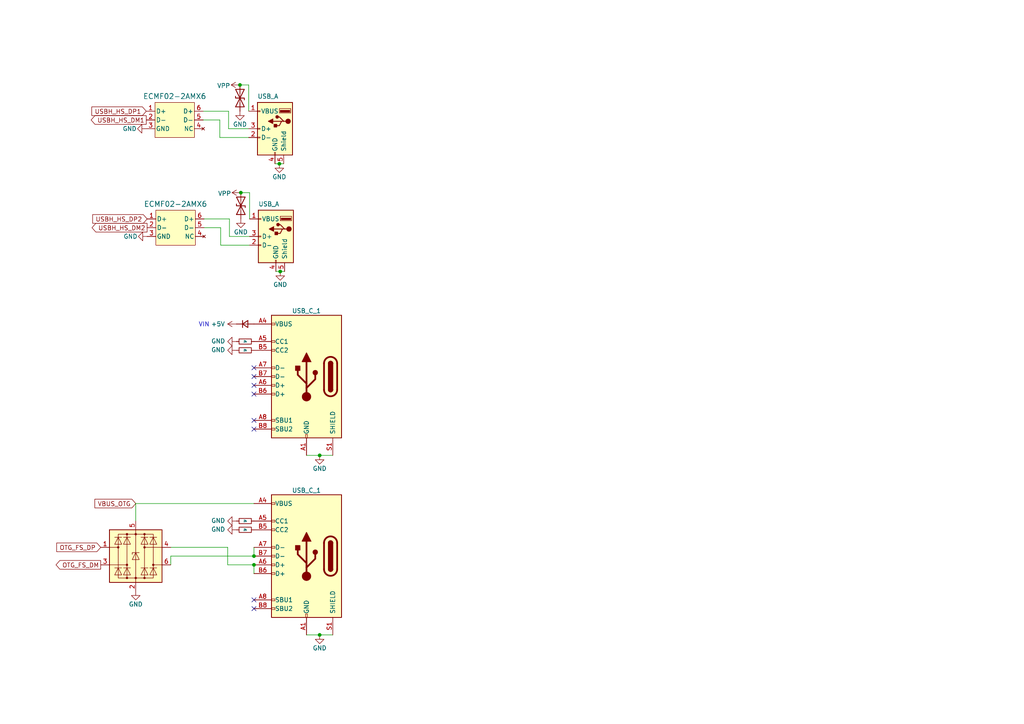
<source format=kicad_sch>
(kicad_sch (version 20231120) (generator "eeschema") (generator_version "8.0")
  (paper "A4")
  (lib_symbols
    (symbol "Connector:USB_A" (pin_names (offset 1.016))
      (property "Reference" "J" (at -5.08 11.43 0))
      (property "Value" "USB_A" (at -5.08 8.89 0))
      (symbol "USB_A_0_1"
        (rectangle (start -5.08 -7.62) (end 5.08 7.62) (stroke (width 0.254)) (fill (type background)))
        (circle (center -3.81 2.159) (radius 0.635) (stroke (width 0.254)) (fill (type outline)))
        (rectangle (start -1.524 4.826) (end -4.318 5.334) (fill (type outline)))
        (rectangle (start -1.27 4.572) (end -4.572 5.842))
        (circle (center -0.635 3.429) (radius 0.381) (stroke (width 0.254)) (fill (type outline)))
        (rectangle (start -0.127 -7.62) (end 0.127 -6.858))
        (polyline (pts (xy -3.175 2.159) (xy -2.54 2.159) (xy -1.27 3.429) (xy -0.635 3.429)) (stroke (width 0.254)))
        (polyline (pts (xy -2.54 2.159) (xy -1.905 2.159) (xy -1.27 0.889) (xy 0 0.889)) (stroke (width 0.254)))
        (polyline (pts (xy 0.635 2.794) (xy 0.635 1.524) (xy 1.905 2.159) (xy 0.635 2.794)) (stroke (width 0.254)) (fill (type outline)))
        (rectangle (start 0.254 1.27) (end -0.508 0.508) (stroke (width 0.254)) (fill (type outline)))
        (rectangle (start 5.08 -2.667) (end 4.318 -2.413))
        (rectangle (start 5.08 -0.127) (end 4.318 0.127))
        (rectangle (start 5.08 4.953) (end 4.318 5.207))
      )
      (symbol "USB_A_1_1"
        (polyline (pts (xy -1.905 2.159) (xy 0.635 2.159)) (stroke (width 0.254)))
        (pin power_in line (at 7.62 5.08 180) (length 2.54) (name "VBUS") (number "1"))
        (pin bidirectional line (at 7.62 -2.54 180) (length 2.54) (name "D-") (number "2"))
        (pin bidirectional line (at 7.62 0 180) (length 2.54) (name "D+") (number "3"))
        (pin power_in line (at 0 -10.16 90) (length 2.54) (name "GND") (number "4"))
        (pin passive line (at -2.54 -10.16 90) (length 2.54) (name "Shield") (number "5"))
      )
    )
    (symbol "Connector:USB_C_Receptacle_USB2.0" (pin_names (offset 1.016))
      (property "Reference" "J" (at -10.16 19.05 0))
      (property "Value" "USB_C_Receptacle_USB2.0" (at 19.05 19.05 0))
      (symbol "USB_C_Receptacle_USB2.0_0_0"
        (rectangle (start -0.254 -17.78) (end 0.254 -16.764))
        (rectangle (start 10.16 -14.986) (end 9.144 -15.494))
        (rectangle (start 10.16 -12.446) (end 9.144 -12.954))
        (rectangle (start 10.16 -4.826) (end 9.144 -5.334))
        (rectangle (start 10.16 -2.286) (end 9.144 -2.794))
        (rectangle (start 10.16 0.254) (end 9.144 -0.254))
        (rectangle (start 10.16 2.794) (end 9.144 2.286))
        (rectangle (start 10.16 7.874) (end 9.144 7.366))
        (rectangle (start 10.16 10.414) (end 9.144 9.906))
        (rectangle (start 10.16 15.494) (end 9.144 14.986))
      )
      (symbol "USB_C_Receptacle_USB2.0_0_1"
        (rectangle (start -10.16 17.78) (end 10.16 -17.78) (stroke (width 0.254)) (fill (type background)))
        (arc (start -8.89 -3.81) (mid -6.985 -5.7067) (end -5.08 -3.81) (stroke (width 0.508)))
        (arc (start -7.62 -3.81) (mid -6.985 -4.4423) (end -6.35 -3.81) (stroke (width 0.254)))
        (arc (start -7.62 -3.81) (mid -6.985 -4.4423) (end -6.35 -3.81) (stroke (width 0.254)) (fill (type outline)))
        (rectangle (start -7.62 -3.81) (end -6.35 3.81) (stroke (width 0.254)) (fill (type outline)))
        (arc (start -6.35 3.81) (mid -6.985 4.4423) (end -7.62 3.81) (stroke (width 0.254)))
        (arc (start -6.35 3.81) (mid -6.985 4.4423) (end -7.62 3.81) (stroke (width 0.254)) (fill (type outline)))
        (arc (start -5.08 3.81) (mid -6.985 5.7067) (end -8.89 3.81) (stroke (width 0.508)))
        (circle (center -2.54 1.143) (radius 0.635) (stroke (width 0.254)) (fill (type outline)))
        (circle (center 0 -5.842) (radius 1.27) (fill (type outline)))
        (polyline (pts (xy -8.89 -3.81) (xy -8.89 3.81)) (stroke (width 0.508)))
        (polyline (pts (xy -5.08 3.81) (xy -5.08 -3.81)) (stroke (width 0.508)))
        (polyline (pts (xy 0 -5.842) (xy 0 4.318)) (stroke (width 0.508)))
        (polyline (pts (xy 0 -3.302) (xy -2.54 -0.762) (xy -2.54 0.508)) (stroke (width 0.508)))
        (polyline (pts (xy 0 -2.032) (xy 2.54 0.508) (xy 2.54 1.778)) (stroke (width 0.508)))
        (polyline (pts (xy -1.27 4.318) (xy 0 6.858) (xy 1.27 4.318) (xy -1.27 4.318)) (stroke (width 0.254)) (fill (type outline)))
        (rectangle (start 1.905 1.778) (end 3.175 3.048) (stroke (width 0.254)) (fill (type outline)))
      )
      (symbol "USB_C_Receptacle_USB2.0_1_1"
        (pin passive line (at 0 -22.86 90) (length 5.08) (name "GND") (number "A1"))
        (pin passive line (at 0 -22.86 90) (length 5.08) hide (name "GND") (number "A12"))
        (pin passive line (at 15.24 15.24 180) (length 5.08) (name "VBUS") (number "A4"))
        (pin bidirectional line (at 15.24 10.16 180) (length 5.08) (name "CC1") (number "A5"))
        (pin bidirectional line (at 15.24 -2.54 180) (length 5.08) (name "D+") (number "A6"))
        (pin bidirectional line (at 15.24 2.54 180) (length 5.08) (name "D-") (number "A7"))
        (pin bidirectional line (at 15.24 -12.7 180) (length 5.08) (name "SBU1") (number "A8"))
        (pin passive line (at 15.24 15.24 180) (length 5.08) hide (name "VBUS") (number "A9"))
        (pin passive line (at 0 -22.86 90) (length 5.08) hide (name "GND") (number "B1"))
        (pin passive line (at 0 -22.86 90) (length 5.08) hide (name "GND") (number "B12"))
        (pin passive line (at 15.24 15.24 180) (length 5.08) hide (name "VBUS") (number "B4"))
        (pin bidirectional line (at 15.24 7.62 180) (length 5.08) (name "CC2") (number "B5"))
        (pin bidirectional line (at 15.24 -5.08 180) (length 5.08) (name "D+") (number "B6"))
        (pin bidirectional line (at 15.24 0 180) (length 5.08) (name "D-") (number "B7"))
        (pin bidirectional line (at 15.24 -15.24 180) (length 5.08) (name "SBU2") (number "B8"))
        (pin passive line (at 15.24 15.24 180) (length 5.08) hide (name "VBUS") (number "B9"))
        (pin passive line (at -7.62 -22.86 90) (length 5.08) (name "SHIELD") (number "S1"))
      )
    )
    (symbol "Device:D_Small" (pin_numbers hide) (pin_names (offset 0.254) hide)
      (property "Reference" "D" (at -1.27 2.032 0))
      (property "Value" "D_Small" (at -3.81 -2.032 0))
      (symbol "D_Small_0_1"
        (polyline (pts (xy -0.762 -1.016) (xy -0.762 1.016)) (stroke (width 0.254)))
        (polyline (pts (xy -0.762 0) (xy 0.762 0)))
        (polyline (pts (xy 0.762 -1.016) (xy -0.762 0) (xy 0.762 1.016) (xy 0.762 -1.016)) (stroke (width 0.254)))
      )
      (symbol "D_Small_1_1"
        (pin passive line (at -2.54 0 0) (length 1.778) (name "K") (number "1"))
        (pin passive line (at 2.54 0 180) (length 1.778) (name "A") (number "2"))
      )
    )
    (symbol "Device:D_TVS" (pin_numbers hide) (pin_names (offset 1.016) hide)
      (property "Reference" "D" (at 0 2.54 0))
      (property "Value" "D_TVS" (at 0 -2.54 0))
      (symbol "D_TVS_0_1"
        (polyline (pts (xy 1.27 0) (xy -1.27 0)))
        (polyline (pts (xy 0.508 1.27) (xy 0 1.27) (xy 0 -1.27) (xy -0.508 -1.27)) (stroke (width 0.254)))
        (polyline (pts (xy -2.54 1.27) (xy -2.54 -1.27) (xy 2.54 1.27) (xy 2.54 -1.27) (xy -2.54 1.27)) (stroke (width 0.254)))
      )
      (symbol "D_TVS_1_1"
        (pin passive line (at -3.81 0 0) (length 2.54) (name "A1") (number "1"))
        (pin passive line (at 3.81 0 180) (length 2.54) (name "A2") (number "2"))
      )
    )
    (symbol "Device:R_Small" (pin_numbers hide) (pin_names (offset 0.254) hide)
      (property "Reference" "R" (at 0.762 0.508 0))
      (property "Value" "R_Small" (at 0.762 -1.016 0))
      (symbol "R_Small_0_1"
        (rectangle (start -0.762 1.778) (end 0.762 -1.778) (stroke (width 0.2032)))
      )
      (symbol "R_Small_1_1"
        (pin passive line (at 0 2.54 270) (length 0.762) (name "~") (number "1"))
        (pin passive line (at 0 -2.54 90) (length 0.762) (name "~") (number "2"))
      )
    )
    (symbol "Power_Protection:USBLC6-4SC6" (pin_names hide)
      (property "Reference" "U" (at 2.54 8.89 0))
      (property "Value" "USBLC6-4SC6" (at 2.54 -8.89 0))
      (symbol "USBLC6-4SC6_0_1"
        (rectangle (start -7.62 -7.62) (end 7.62 7.62) (stroke (width 0.254)) (fill (type background)))
        (circle (center -5.08 2.54) (radius 0.254) (fill (type outline)))
        (circle (center -2.54 -6.35) (radius 0.254) (fill (type outline)))
        (circle (center -2.54 -2.54) (radius 0.254) (fill (type outline)))
        (circle (center -2.54 6.35) (radius 0.254) (fill (type outline)))
        (rectangle (start -2.54 6.35) (end 2.54 -6.35))
        (circle (center 0 -6.35) (radius 0.254) (fill (type outline)))
        (polyline (pts (xy -5.08 2.54) (xy -7.62 2.54)))
        (polyline (pts (xy -4.064 -3.429) (xy -6.096 -3.429)))
        (polyline (pts (xy -4.064 5.461) (xy -6.096 5.461)))
        (polyline (pts (xy -2.54 -2.54) (xy -7.62 -2.54)))
        (polyline (pts (xy -1.524 -3.429) (xy -3.556 -3.429)))
        (polyline (pts (xy -1.524 5.461) (xy -3.556 5.461)))
        (polyline (pts (xy 0 -7.62) (xy 0 -6.35)))
        (polyline (pts (xy 0 -6.35) (xy 0 1.27)))
        (polyline (pts (xy 0 1.27) (xy 0 6.35)))
        (polyline (pts (xy 0 6.35) (xy 0 7.62)))
        (polyline (pts (xy 1.524 -3.429) (xy 3.556 -3.429)))
        (polyline (pts (xy 1.524 5.461) (xy 3.556 5.461)))
        (polyline (pts (xy 2.54 2.54) (xy 7.62 2.54)))
        (polyline (pts (xy 4.064 -3.429) (xy 6.096 -3.429)))
        (polyline (pts (xy 4.064 5.461) (xy 6.096 5.461)))
        (polyline (pts (xy 5.08 -2.54) (xy 7.62 -2.54)))
        (polyline (pts (xy -6.096 -5.461) (xy -4.064 -5.461) (xy -5.08 -3.429) (xy -6.096 -5.461)))
        (polyline (pts (xy -6.096 3.429) (xy -4.064 3.429) (xy -5.08 5.461) (xy -6.096 3.429)))
        (polyline (pts (xy -3.556 -5.461) (xy -1.524 -5.461) (xy -2.54 -3.429) (xy -3.556 -5.461)))
        (polyline (pts (xy -3.556 3.429) (xy -1.524 3.429) (xy -2.54 5.461) (xy -3.556 3.429)))
        (polyline (pts (xy -2.54 6.35) (xy -5.08 6.35) (xy -5.08 -6.35) (xy -2.54 -6.35)))
        (polyline (pts (xy -1.016 -1.016) (xy 1.016 -1.016) (xy 0 1.016) (xy -1.016 -1.016)))
        (polyline (pts (xy 1.016 1.016) (xy 0.762 1.016) (xy -1.016 1.016) (xy -1.016 0.508)))
        (polyline (pts (xy 2.54 6.35) (xy 5.08 6.35) (xy 5.08 -6.35) (xy 2.54 -6.35)))
        (polyline (pts (xy 3.556 -5.461) (xy 1.524 -5.461) (xy 2.54 -3.429) (xy 3.556 -5.461)))
        (polyline (pts (xy 3.556 3.429) (xy 1.524 3.429) (xy 2.54 5.461) (xy 3.556 3.429)))
        (polyline (pts (xy 6.096 -5.461) (xy 4.064 -5.461) (xy 5.08 -3.429) (xy 6.096 -5.461)))
        (polyline (pts (xy 6.096 3.429) (xy 4.064 3.429) (xy 5.08 5.461) (xy 6.096 3.429)))
        (circle (center 0 6.35) (radius 0.254) (fill (type outline)))
        (circle (center 2.54 -6.35) (radius 0.254) (fill (type outline)))
        (circle (center 2.54 2.54) (radius 0.254) (fill (type outline)))
        (circle (center 2.54 6.35) (radius 0.254) (fill (type outline)))
        (circle (center 5.08 -2.54) (radius 0.254) (fill (type outline)))
      )
      (symbol "USBLC6-4SC6_1_1"
        (pin passive line (at -10.16 2.54 0) (length 2.54) (name "I/O1") (number "1"))
        (pin passive line (at 0 -10.16 90) (length 2.54) (name "GND") (number "2"))
        (pin passive line (at -10.16 -2.54 0) (length 2.54) (name "I/O2") (number "3"))
        (pin passive line (at 10.16 2.54 180) (length 2.54) (name "I/O3") (number "4"))
        (pin passive line (at 0 10.16 270) (length 2.54) (name "VBUS") (number "5"))
        (pin passive line (at 10.16 -2.54 180) (length 2.54) (name "I/O4") (number "6"))
      )
    )
    (symbol "new shii:ECMF02-2AMX6" (pin_names (offset 0.254))
      (property "Reference" "U" (at 20.32 10.16 0))
      (property "Value" "ECMF02-2AMX6" (at 20.32 7.62 0))
      (symbol "ECMF02-2AMX6_1_1"
        (rectangle (start 21.59 2.54) (end 33.02 -7.62) (fill (type background)))
        (pin unspecified line (at 19.05 0 0) (length 2.54) (name "D+") (number "1"))
        (pin bidirectional line (at 19.05 -2.54 0) (length 2.54) (name "D-") (number "2"))
        (pin power_out line (at 19.05 -5.08 0) (length 2.54) (name "GND") (number "3"))
        (pin no_connect line (at 35.56 -5.08 180) (length 2.54) (name "NC") (number "4"))
        (pin bidirectional line (at 35.56 -2.54 180) (length 2.54) (name "D-") (number "5"))
        (pin unspecified line (at 35.56 0 180) (length 2.54) (name "D+") (number "6"))
      )
    )
    (symbol "power:+5V" (power) (pin_names (offset 0))
      (property "Value" "+5V" (at 0 3.556 0))
      (symbol "+5V_0_1"
        (polyline (pts (xy -0.762 1.27) (xy 0 2.54)))
        (polyline (pts (xy 0 0) (xy 0 2.54)))
        (polyline (pts (xy 0 2.54) (xy 0.762 1.27)))
      )
      (symbol "+5V_1_1"
        (pin power_in line (at 0 0 90) (length 0) hide (name "+5V") (number "1"))
      )
    )
    (symbol "power:GND" (power) (pin_names (offset 0))
      (property "Value" "GND" (at 0 -3.81 0))
      (symbol "GND_0_1"
        (polyline (pts (xy 0 0) (xy 0 -1.27) (xy 1.27 -1.27) (xy 0 -2.54) (xy -1.27 -1.27) (xy 0 -1.27)))
      )
      (symbol "GND_1_1"
        (pin power_in line (at 0 0 270) (length 0) hide (name "GND") (number "1"))
      )
    )
    (symbol "power:VPP" (power) (pin_names (offset 0))
      (property "Value" "VPP" (at 0 3.81 0))
      (symbol "VPP_0_1"
        (polyline (pts (xy -0.762 1.27) (xy 0 2.54)))
        (polyline (pts (xy 0 0) (xy 0 2.54)))
        (polyline (pts (xy 0 2.54) (xy 0.762 1.27)))
      )
      (symbol "VPP_1_1"
        (pin power_in line (at 0 0 90) (length 0) hide (name "VPP") (number "1"))
      )
    )
  )
  (junction (at 92.71 184.15))
  (junction (at 81.026 47.498))
  (junction (at 69.85 55.88))
  (junction (at 92.71 132.08))
  (junction (at 73.66 161.29))
  (junction (at 69.596 24.638))
  (junction (at 81.28 78.74))
  (junction (at 73.66 163.83))
  (no_connect (at 73.66 124.46))
  (no_connect (at 73.66 106.68))
  (no_connect (at 73.66 176.53))
  (no_connect (at 73.66 121.92))
  (no_connect (at 73.66 111.76))
  (no_connect (at 73.66 114.3))
  (no_connect (at 73.66 173.99))
  (no_connect (at 73.66 109.22))
  (wire (pts (xy 49.53 163.83) (xy 49.53 161.29)))
  (wire (pts (xy 63.754 39.878) (xy 63.754 34.798)))
  (wire (pts (xy 66.04 163.83) (xy 73.66 163.83)))
  (wire (pts (xy 80.01 78.74) (xy 81.28 78.74)))
  (wire (pts (xy 69.85 55.88) (xy 72.39 55.88)))
  (wire (pts (xy 66.548 68.58) (xy 72.39 68.58)))
  (wire (pts (xy 66.294 37.338) (xy 72.136 37.338)))
  (wire (pts (xy 59.182 63.5) (xy 66.548 63.5)))
  (wire (pts (xy 63.754 34.798) (xy 58.928 34.798)))
  (wire (pts (xy 64.008 66.04) (xy 59.182 66.04)))
  (wire (pts (xy 81.026 47.498) (xy 82.296 47.498)))
  (wire (pts (xy 39.37 146.05) (xy 73.66 146.05)))
  (wire (pts (xy 49.53 161.29) (xy 73.66 161.29)))
  (wire (pts (xy 66.294 32.258) (xy 66.294 37.338)))
  (wire (pts (xy 88.9 184.15) (xy 92.71 184.15)))
  (wire (pts (xy 72.39 71.12) (xy 64.008 71.12)))
  (wire (pts (xy 72.136 24.638) (xy 72.136 32.258)))
  (wire (pts (xy 69.596 24.638) (xy 72.136 24.638)))
  (wire (pts (xy 92.71 184.15) (xy 96.52 184.15)))
  (wire (pts (xy 49.53 158.75) (xy 66.04 158.75)))
  (wire (pts (xy 58.928 32.258) (xy 66.294 32.258)))
  (wire (pts (xy 79.756 47.498) (xy 81.026 47.498)))
  (wire (pts (xy 72.39 55.88) (xy 72.39 63.5)))
  (wire (pts (xy 66.548 63.5) (xy 66.548 68.58)))
  (wire (pts (xy 73.66 163.83) (xy 73.66 166.37)))
  (wire (pts (xy 72.136 39.878) (xy 63.754 39.878)))
  (wire (pts (xy 92.71 132.08) (xy 96.52 132.08)))
  (wire (pts (xy 66.04 158.75) (xy 66.04 163.83)))
  (wire (pts (xy 64.008 71.12) (xy 64.008 66.04)))
  (wire (pts (xy 81.28 78.74) (xy 82.55 78.74)))
  (wire (pts (xy 88.9 132.08) (xy 92.71 132.08)))
  (wire (pts (xy 39.37 151.13) (xy 39.37 146.05)))
  (wire (pts (xy 73.66 161.29) (xy 73.66 158.75)))
  (text "VIN" (at 59.182 94.234 0) (effects (font (size 1.27 1.27))))
  (global_label "OTG_FS_DM" (shape output) (at 29.21 163.83 180) (property "Intersheetrefs" "${INTERSHEET_REFS}" (effects (hide yes))))
  (global_label "VBUS_OTG" (shape input) (at 39.37 146.05 180) (property "Intersheetrefs" "${INTERSHEET_REFS}" (effects (hide yes))))
  (global_label "OTG_FS_DP" (shape input) (at 29.21 158.75 180) (property "Intersheetrefs" "${INTERSHEET_REFS}" (effects (hide yes))))
  (global_label "USBH_HS_DM1" (shape output) (at 42.418 34.798 180) (property "Intersheetrefs" "${INTERSHEET_REFS}" (effects (hide yes))))
  (global_label "USBH_HS_DP2" (shape input) (at 42.672 63.5 180) (property "Intersheetrefs" "${INTERSHEET_REFS}" (effects (hide yes))))
  (global_label "USBH_HS_DM2" (shape output) (at 42.672 66.04 180) (property "Intersheetrefs" "${INTERSHEET_REFS}" (effects (hide yes))))
  (global_label "USBH_HS_DP1" (shape input) (at 42.418 32.258 180) (property "Intersheetrefs" "${INTERSHEET_REFS}" (effects (hide yes))))
  (symbol (lib_id "new shii:ECMF02-2AMX6") (at 23.622 63.5 0) (unit 1)
    (property "Reference" "U7" (effects (hide yes)))
    (property "Value" "ECMF02-2AMX6" (at 50.927 59.182 0) (effects (font (size 1.524 1.524))))
    (property "Footprint" "QFN-6L_STM" (effects (hide yes)))
    (property "Datasheet" "ECMF02-2AMX6" (effects (hide yes)))
  )
  (symbol (lib_id "Device:D_TVS") (at 69.596 28.448 90) (unit 1)
    (property "Reference" "D3" (effects (hide yes)))
    (property "Value" "ESDA7P60-1U1M" (effects (hide yes)))
    (property "Datasheet" "x" (effects (hide yes)))
  )
  (symbol (lib_id "Power_Protection:USBLC6-4SC6") (at 39.37 161.29 0) (unit 1)
    (property "Reference" "U8" (effects (hide yes)))
    (property "Value" "USBLC6-4SC6" (effects (hide yes)))
    (property "Footprint" "Package_TO_SOT_SMD:SOT-23-6" (effects (hide yes)))
    (property "Datasheet" "https://www.st.com/resource/en/datasheet/usblc6-4.pdf" (effects (hide yes)))
  )
  (symbol (lib_id "power:GND") (at 39.37 171.45 0) (unit 1)
    (property "Reference" "#PWR0120" (effects (hide yes)))
    (property "Value" "GND" (at 39.37 175.26 0))
    (instances (project "SYNC_VT" (path "" (reference "#PWR0120") (unit 1))) (project "DFTBoard" (path "" (reference "#PWR0155") (unit 1))))
  )
  (symbol (lib_id "Connector:USB_C_Receptacle_USB2.0") (at 88.9 109.22 0) (mirror y) (unit 1)
    (property "Reference" "USB_C_ESP1" (effects (hide yes)))
    (property "Value" "USB_C_1" (at 88.9 90.17 0))
    (property "Footprint" "Connector_USB:USB_C_Receptacle_GCT_USB4105-xx-A_16P_TopMnt_Horizontal" (effects (hide yes)))
    (property "Datasheet" "https://www.usb.org/sites/default/files/documents/usb_type-c.zip" (effects (hide yes)))
  )
  (symbol (lib_id "power:+5V") (at 68.58 93.98 90) (mirror x) (unit 1)
    (property "Reference" "#PWR0136" (effects (hide yes)))
    (property "Value" "+5V" (at 65.278 93.98 90) (effects (justify left)))
  )
  (symbol (lib_id "power:GND") (at 68.58 101.6 270) (mirror x) (unit 1)
    (property "Reference" "#PWR0139" (effects (hide yes)))
    (property "Value" "GND" (at 65.3288 101.473 90) (effects (justify right)))
  )
  (symbol (lib_id "power:GND") (at 81.026 47.498 0) (unit 1)
    (property "Reference" "#PWR0110" (effects (hide yes)))
    (property "Value" "GND" (at 81.026 51.308 0))
    (instances (project "SYNC_VT" (path "" (reference "#PWR0110") (unit 1))) (project "DFTBoard" (path "" (reference "#PWR0155") (unit 1))))
  )
  (symbol (lib_id "Device:R_Small") (at 71.12 99.06 90) (mirror x) (unit 1)
    (property "Reference" "R40" (effects (hide yes)))
    (property "Value" "2k" (at 71.12 99.06 90) (effects (font (size 0.508 0.508))))
    (property "Footprint" "Resistor_SMD:R_0402_1005Metric" (effects (hide yes)))
    (property "Datasheet" "0402WGF2001TCE" (effects (hide yes)))
    (property "LCSC" " " (effects (hide yes)))
  )
  (symbol (lib_id "new shii:ECMF02-2AMX6") (at 23.368 32.258 0) (unit 1)
    (property "Reference" "U6" (effects (hide yes)))
    (property "Value" "ECMF02-2AMX6" (at 50.673 27.94 0) (effects (font (size 1.524 1.524))))
    (property "Footprint" "QFN-6L_STM" (effects (hide yes)))
    (property "Datasheet" "ECMF02-2AMX6" (effects (hide yes)))
  )
  (symbol (lib_id "power:VPP") (at 69.596 24.638 90) (unit 1)
    (property "Reference" "#PWR0118" (effects (hide yes)))
    (property "Value" "VPP" (at 66.802 24.892 90) (effects (justify left)))
  )
  (symbol (lib_id "power:GND") (at 42.672 68.58 270) (unit 1)
    (property "Reference" "#PWR0112" (effects (hide yes)))
    (property "Value" "GND" (at 37.846 68.58 90))
    (instances (project "SYNC_VT" (path "" (reference "#PWR0112") (unit 1))) (project "DFTBoard" (path "" (reference "#PWR0155") (unit 1))))
  )
  (symbol (lib_id "Connector:USB_A") (at 79.756 37.338 0) (mirror y) (unit 1)
    (property "Reference" "J5" (effects (hide yes)))
    (property "Value" "USB_A" (at 74.676 27.94 0) (effects (justify right)))
    (property "Datasheet" "x" (effects (hide yes)))
  )
  (symbol (lib_id "Device:D_TVS") (at 69.85 59.69 90) (unit 1)
    (property "Reference" "D2" (effects (hide yes)))
    (property "Value" "ESDA7P60-1U1M" (effects (hide yes)))
    (property "Datasheet" "x" (effects (hide yes)))
  )
  (symbol (lib_id "power:GND") (at 69.596 32.258 0) (unit 1)
    (property "Reference" "#PWR0119" (effects (hide yes)))
    (property "Value" "GND" (at 69.596 36.068 0))
    (instances (project "SYNC_VT" (path "" (reference "#PWR0119") (unit 1))) (project "DFTBoard" (path "" (reference "#PWR0155") (unit 1))))
  )
  (symbol (lib_id "power:GND") (at 68.58 153.67 270) (mirror x) (unit 1)
    (property "Reference" "#PWR0144" (effects (hide yes)))
    (property "Value" "GND" (at 65.3288 153.543 90) (effects (justify right)))
  )
  (symbol (lib_id "power:GND") (at 92.71 132.08 0) (unit 1)
    (property "Reference" "#PWR0137" (effects (hide yes)))
    (property "Value" "GND" (at 92.71 135.89 0))
  )
  (symbol (lib_id "Device:R_Small") (at 71.12 101.6 90) (mirror x) (unit 1)
    (property "Reference" "R41" (effects (hide yes)))
    (property "Value" "2k" (at 71.12 101.6 90) (effects (font (size 0.508 0.508))))
    (property "Footprint" "Resistor_SMD:R_0402_1005Metric" (effects (hide yes)))
    (property "Datasheet" "0402WGF2001TCE" (effects (hide yes)))
    (property "LCSC" " " (effects (hide yes)))
  )
  (symbol (lib_id "power:GND") (at 68.58 151.13 270) (mirror x) (unit 1)
    (property "Reference" "#PWR0143" (effects (hide yes)))
    (property "Value" "GND" (at 65.3288 151.003 90) (effects (justify right)))
  )
  (symbol (lib_id "Connector:USB_C_Receptacle_USB2.0") (at 88.9 161.29 0) (mirror y) (unit 1)
    (property "Reference" "USB_C_ESP2" (effects (hide yes)))
    (property "Value" "USB_C_1" (at 88.9 142.24 0))
    (property "Footprint" "Connector_USB:USB_C_Receptacle_GCT_USB4105-xx-A_16P_TopMnt_Horizontal" (effects (hide yes)))
    (property "Datasheet" "https://www.usb.org/sites/default/files/documents/usb_type-c.zip" (effects (hide yes)))
  )
  (symbol (lib_id "Device:D_Small") (at 71.12 93.98 0) (mirror x) (unit 1)
    (property "Reference" "D4" (effects (hide yes)))
    (property "Value" "SOD-523 General" (effects (hide yes)))
    (property "Footprint" "Diode_SMD:D_SOD-523" (effects (hide yes)))
    (property "Datasheet" "x" (effects (hide yes)))
  )
  (symbol (lib_id "power:GND") (at 92.71 184.15 0) (unit 1)
    (property "Reference" "#PWR0145" (effects (hide yes)))
    (property "Value" "GND" (at 92.71 187.96 0))
  )
  (symbol (lib_id "power:VPP") (at 69.85 55.88 90) (unit 1)
    (property "Reference" "#PWR0116" (effects (hide yes)))
    (property "Value" "VPP" (at 67.056 56.134 90) (effects (justify left)))
  )
  (symbol (lib_id "Device:R_Small") (at 71.12 151.13 90) (mirror x) (unit 1)
    (property "Reference" "R42" (effects (hide yes)))
    (property "Value" "2k" (at 71.12 151.13 90) (effects (font (size 0.508 0.508))))
    (property "Footprint" "Resistor_SMD:R_0402_1005Metric" (effects (hide yes)))
    (property "Datasheet" "0402WGF2001TCE" (effects (hide yes)))
    (property "LCSC" " " (effects (hide yes)))
  )
  (symbol (lib_id "Connector:USB_A") (at 80.01 68.58 0) (mirror y) (unit 1)
    (property "Reference" "J4" (effects (hide yes)))
    (property "Value" "USB_A" (at 74.93 59.182 0) (effects (justify right)))
    (property "Datasheet" "x" (effects (hide yes)))
  )
  (symbol (lib_id "power:GND") (at 69.85 63.5 0) (unit 1)
    (property "Reference" "#PWR0117" (effects (hide yes)))
    (property "Value" "GND" (at 69.85 67.31 0))
    (instances (project "SYNC_VT" (path "" (reference "#PWR0117") (unit 1))) (project "DFTBoard" (path "" (reference "#PWR0155") (unit 1))))
  )
  (symbol (lib_id "power:GND") (at 68.58 99.06 270) (mirror x) (unit 1)
    (property "Reference" "#PWR0138" (effects (hide yes)))
    (property "Value" "GND" (at 65.3288 98.933 90) (effects (justify right)))
  )
  (symbol (lib_id "power:GND") (at 42.418 37.338 270) (unit 1)
    (property "Reference" "#PWR0113" (effects (hide yes)))
    (property "Value" "GND" (at 37.592 37.338 90))
    (instances (project "SYNC_VT" (path "" (reference "#PWR0113") (unit 1))) (project "DFTBoard" (path "" (reference "#PWR0155") (unit 1))))
  )
  (symbol (lib_id "Device:R_Small") (at 71.12 153.67 90) (mirror x) (unit 1)
    (property "Reference" "R43" (effects (hide yes)))
    (property "Value" "2k" (at 71.12 153.67 90) (effects (font (size 0.508 0.508))))
    (property "Footprint" "Resistor_SMD:R_0402_1005Metric" (effects (hide yes)))
    (property "Datasheet" "0402WGF2001TCE" (effects (hide yes)))
    (property "LCSC" " " (effects (hide yes)))
  )
  (symbol (lib_id "power:GND") (at 81.28 78.74 0) (unit 1)
    (property "Reference" "#PWR0111" (effects (hide yes)))
    (property "Value" "GND" (at 81.28 82.55 0))
    (instances (project "SYNC_VT" (path "" (reference "#PWR0111") (unit 1))) (project "DFTBoard" (path "" (reference "#PWR0155") (unit 1))))
  )
)
</source>
